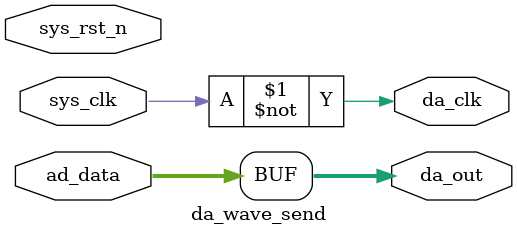
<source format=v>
module da_wave_send(
    input           sys_clk     ,
    input           sys_rst_n   ,
    input   [7:0]   ad_data     ,
    output  [7:0]   da_out      ,
    output          da_clk   
    );

    assign          da_clk = ~sys_clk;
    assign          da_out = ad_data;
endmodule
</source>
